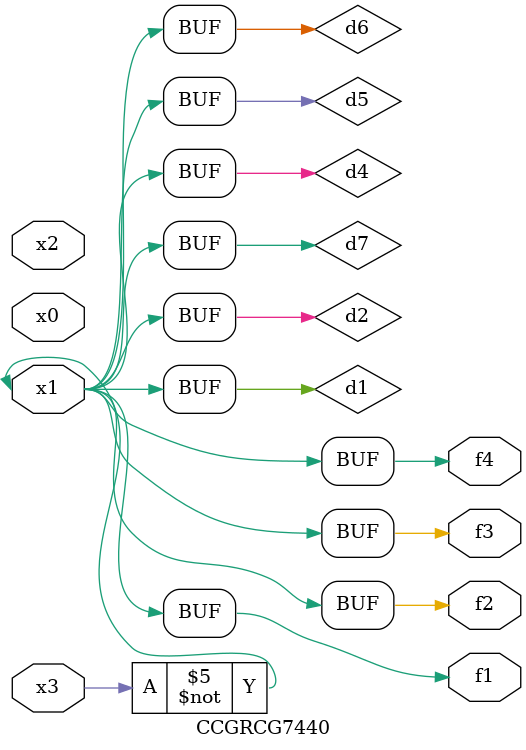
<source format=v>
module CCGRCG7440(
	input x0, x1, x2, x3,
	output f1, f2, f3, f4
);

	wire d1, d2, d3, d4, d5, d6, d7;

	not (d1, x3);
	buf (d2, x1);
	xnor (d3, d1, d2);
	nor (d4, d1);
	buf (d5, d1, d2);
	buf (d6, d4, d5);
	nand (d7, d4);
	assign f1 = d6;
	assign f2 = d7;
	assign f3 = d6;
	assign f4 = d6;
endmodule

</source>
